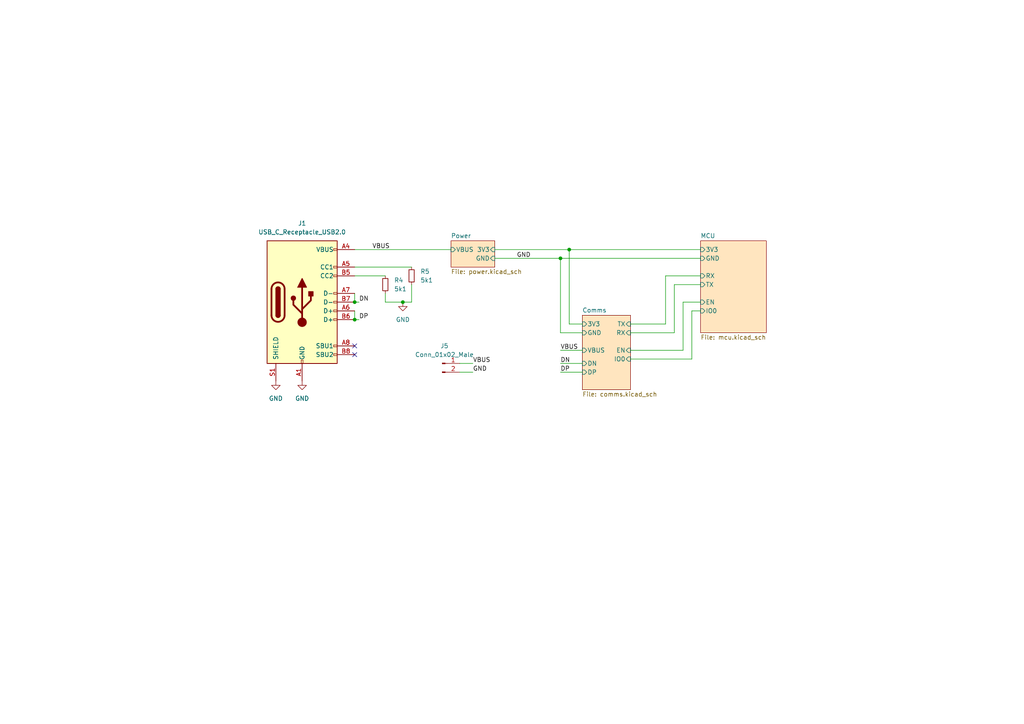
<source format=kicad_sch>
(kicad_sch (version 20211123) (generator eeschema)
  (paper "A4")
  (lib_symbols
    (symbol "Connector:Conn_01x02_Male" (pin_names (offset 1.016) hide)
      (property "Reference" "J" (at 0 2.54 0))
      (property "Value" "Conn_01x02_Male" (at 0 -5.08 0))
      (symbol "Conn_01x02_Male_1_1"
        (polyline (pts (xy 1.27 -2.54) (xy 0.8636 -2.54)) (stroke (width 0.1524)))
        (polyline (pts (xy 1.27 0) (xy 0.8636 0)) (stroke (width 0.1524)))
        (rectangle (start 0.8636 -2.413) (end 0 -2.667) (stroke (width 0.1524)) (fill (type outline)))
        (rectangle (start 0.8636 0.127) (end 0 -0.127) (stroke (width 0.1524)) (fill (type outline)))
        (pin passive line (at 5.08 0 180) (length 3.81) (name "Pin_1") (number "1"))
        (pin passive line (at 5.08 -2.54 180) (length 3.81) (name "Pin_2") (number "2"))
      )
    )
    (symbol "Connector:USB_C_Receptacle_USB2.0" (pin_names (offset 1.016))
      (property "Reference" "J" (at -10.16 19.05 0))
      (property "Value" "USB_C_Receptacle_USB2.0" (at 19.05 19.05 0))
      (symbol "USB_C_Receptacle_USB2.0_0_0"
        (rectangle (start -0.254 -17.78) (end 0.254 -16.764))
        (rectangle (start 10.16 -14.986) (end 9.144 -15.494))
        (rectangle (start 10.16 -12.446) (end 9.144 -12.954))
        (rectangle (start 10.16 -4.826) (end 9.144 -5.334))
        (rectangle (start 10.16 -2.286) (end 9.144 -2.794))
        (rectangle (start 10.16 0.254) (end 9.144 -0.254))
        (rectangle (start 10.16 2.794) (end 9.144 2.286))
        (rectangle (start 10.16 7.874) (end 9.144 7.366))
        (rectangle (start 10.16 10.414) (end 9.144 9.906))
        (rectangle (start 10.16 15.494) (end 9.144 14.986))
      )
      (symbol "USB_C_Receptacle_USB2.0_0_1"
        (rectangle (start -10.16 17.78) (end 10.16 -17.78) (stroke (width 0.254)) (fill (type background)))
        (arc (start -8.89 -3.81) (mid -6.985 -5.715) (end -5.08 -3.81) (stroke (width 0.508)))
        (arc (start -7.62 -3.81) (mid -6.985 -4.445) (end -6.35 -3.81) (stroke (width 0.254)))
        (arc (start -7.62 -3.81) (mid -6.985 -4.445) (end -6.35 -3.81) (stroke (width 0.254)) (fill (type outline)))
        (rectangle (start -7.62 -3.81) (end -6.35 3.81) (stroke (width 0.254)) (fill (type outline)))
        (arc (start -6.35 3.81) (mid -6.985 4.445) (end -7.62 3.81) (stroke (width 0.254)))
        (arc (start -6.35 3.81) (mid -6.985 4.445) (end -7.62 3.81) (stroke (width 0.254)) (fill (type outline)))
        (arc (start -5.08 3.81) (mid -6.985 5.715) (end -8.89 3.81) (stroke (width 0.508)))
        (circle (center -2.54 1.143) (radius 0.635) (stroke (width 0.254)) (fill (type outline)))
        (circle (center 0 -5.842) (radius 1.27) (fill (type outline)))
        (polyline (pts (xy -8.89 -3.81) (xy -8.89 3.81)) (stroke (width 0.508)))
        (polyline (pts (xy -5.08 3.81) (xy -5.08 -3.81)) (stroke (width 0.508)))
        (polyline (pts (xy 0 -5.842) (xy 0 4.318)) (stroke (width 0.508)))
        (polyline (pts (xy 0 -3.302) (xy -2.54 -0.762) (xy -2.54 0.508)) (stroke (width 0.508)))
        (polyline (pts (xy 0 -2.032) (xy 2.54 0.508) (xy 2.54 1.778)) (stroke (width 0.508)))
        (polyline (pts (xy -1.27 4.318) (xy 0 6.858) (xy 1.27 4.318) (xy -1.27 4.318)) (stroke (width 0.254)) (fill (type outline)))
        (rectangle (start 1.905 1.778) (end 3.175 3.048) (stroke (width 0.254)) (fill (type outline)))
      )
      (symbol "USB_C_Receptacle_USB2.0_1_1"
        (pin passive line (at 0 -22.86 90) (length 5.08) (name "GND") (number "A1"))
        (pin passive line (at 0 -22.86 90) (length 5.08) hide (name "GND") (number "A12"))
        (pin passive line (at 15.24 15.24 180) (length 5.08) (name "VBUS") (number "A4"))
        (pin bidirectional line (at 15.24 10.16 180) (length 5.08) (name "CC1") (number "A5"))
        (pin bidirectional line (at 15.24 -2.54 180) (length 5.08) (name "D+") (number "A6"))
        (pin bidirectional line (at 15.24 2.54 180) (length 5.08) (name "D-") (number "A7"))
        (pin bidirectional line (at 15.24 -12.7 180) (length 5.08) (name "SBU1") (number "A8"))
        (pin passive line (at 15.24 15.24 180) (length 5.08) hide (name "VBUS") (number "A9"))
        (pin passive line (at 0 -22.86 90) (length 5.08) hide (name "GND") (number "B1"))
        (pin passive line (at 0 -22.86 90) (length 5.08) hide (name "GND") (number "B12"))
        (pin passive line (at 15.24 15.24 180) (length 5.08) hide (name "VBUS") (number "B4"))
        (pin bidirectional line (at 15.24 7.62 180) (length 5.08) (name "CC2") (number "B5"))
        (pin bidirectional line (at 15.24 -5.08 180) (length 5.08) (name "D+") (number "B6"))
        (pin bidirectional line (at 15.24 0 180) (length 5.08) (name "D-") (number "B7"))
        (pin bidirectional line (at 15.24 -15.24 180) (length 5.08) (name "SBU2") (number "B8"))
        (pin passive line (at 15.24 15.24 180) (length 5.08) hide (name "VBUS") (number "B9"))
        (pin passive line (at -7.62 -22.86 90) (length 5.08) (name "SHIELD") (number "S1"))
      )
    )
    (symbol "Device:R_Small" (pin_numbers hide) (pin_names (offset 0.254) hide)
      (property "Reference" "R" (at 0.762 0.508 0))
      (property "Value" "R_Small" (at 0.762 -1.016 0))
      (symbol "R_Small_0_1"
        (rectangle (start -0.762 1.778) (end 0.762 -1.778) (stroke (width 0.2032)))
      )
      (symbol "R_Small_1_1"
        (pin passive line (at 0 2.54 270) (length 0.762) (name "~") (number "1"))
        (pin passive line (at 0 -2.54 90) (length 0.762) (name "~") (number "2"))
      )
    )
    (symbol "power:GND" (power) (pin_names (offset 0))
      (property "Value" "GND" (at 0 -3.81 0))
      (symbol "GND_0_1"
        (polyline (pts (xy 0 0) (xy 0 -1.27) (xy 1.27 -1.27) (xy 0 -2.54) (xy -1.27 -1.27) (xy 0 -1.27)))
      )
      (symbol "GND_1_1"
        (pin power_in line (at 0 0 270) (length 0) hide (name "GND") (number "1"))
      )
    )
  )
  (junction (at 116.84 87.63))
  (junction (at 102.87 87.63))
  (junction (at 102.87 92.71))
  (junction (at 165.1 72.39))
  (junction (at 162.56 74.93))
  (no_connect (at 102.87 100.33))
  (no_connect (at 102.87 102.87))
  (wire (pts (xy 143.51 74.93) (xy 162.56 74.93)))
  (wire (pts (xy 119.38 87.63) (xy 116.84 87.63)))
  (wire (pts (xy 182.88 96.52) (xy 195.58 96.52)))
  (wire (pts (xy 165.1 72.39) (xy 203.2 72.39)))
  (wire (pts (xy 182.88 101.6) (xy 198.12 101.6)))
  (wire (pts (xy 195.58 82.55) (xy 203.2 82.55)))
  (wire (pts (xy 198.12 101.6) (xy 198.12 87.63)))
  (wire (pts (xy 162.56 107.95) (xy 168.91 107.95)))
  (wire (pts (xy 195.58 96.52) (xy 195.58 82.55)))
  (wire (pts (xy 165.1 93.98) (xy 165.1 72.39)))
  (wire (pts (xy 111.76 85.09) (xy 111.76 87.63)))
  (wire (pts (xy 193.04 93.98) (xy 193.04 80.01)))
  (wire (pts (xy 133.35 105.41) (xy 137.16 105.41)))
  (wire (pts (xy 162.56 101.6) (xy 168.91 101.6)))
  (wire (pts (xy 198.12 87.63) (xy 203.2 87.63)))
  (wire (pts (xy 111.76 87.63) (xy 116.84 87.63)))
  (wire (pts (xy 168.91 93.98) (xy 165.1 93.98)))
  (wire (pts (xy 200.66 104.14) (xy 200.66 90.17)))
  (wire (pts (xy 119.38 82.55) (xy 119.38 87.63)))
  (wire (pts (xy 182.88 93.98) (xy 193.04 93.98)))
  (wire (pts (xy 133.35 107.95) (xy 137.16 107.95)))
  (wire (pts (xy 193.04 80.01) (xy 203.2 80.01)))
  (wire (pts (xy 162.56 96.52) (xy 162.56 74.93)))
  (wire (pts (xy 162.56 74.93) (xy 203.2 74.93)))
  (wire (pts (xy 102.87 72.39) (xy 130.81 72.39)))
  (wire (pts (xy 102.87 90.17) (xy 102.87 92.71)))
  (wire (pts (xy 102.87 77.47) (xy 119.38 77.47)))
  (wire (pts (xy 162.56 105.41) (xy 168.91 105.41)))
  (wire (pts (xy 102.87 80.01) (xy 111.76 80.01)))
  (wire (pts (xy 143.51 72.39) (xy 165.1 72.39)))
  (wire (pts (xy 200.66 90.17) (xy 203.2 90.17)))
  (wire (pts (xy 102.87 85.09) (xy 102.87 87.63)))
  (wire (pts (xy 168.91 96.52) (xy 162.56 96.52)))
  (wire (pts (xy 182.88 104.14) (xy 200.66 104.14)))
  (wire (pts (xy 102.87 92.71) (xy 104.14 92.71)))
  (wire (pts (xy 102.87 87.63) (xy 104.14 87.63)))
  (label "DP" (at 104.14 92.71 0))
  (label "GND" (at 149.86 74.93 0))
  (label "VBUS" (at 107.95 72.39 0))
  (label "DP" (at 162.56 107.95 0))
  (label "GND" (at 137.16 107.95 0))
  (label "VBUS" (at 162.56 101.6 0))
  (label "DN" (at 104.14 87.63 0))
  (label "VBUS" (at 137.16 105.41 0))
  (label "DN" (at 162.56 105.41 0))
  (symbol (lib_id "power:GND") (at 80.01 110.49 0) (unit 1)
    (property "Reference" "#PWR01" (effects hide))
    (property "Value" "GND" (at 80.01 115.57 0))
  )
  (symbol (lib_id "Device:R_Small") (at 119.38 80.01 0) (unit 1)
    (property "Reference" "R5" (at 121.92 78.7399 0) (effects (justify left)))
    (property "Value" "5k1" (at 121.92 81.2799 0) (effects (justify left)))
    (property "Footprint" "Resistor_SMD:R_0603_1608Metric_Pad0.98x0.95mm_HandSolder" (effects hide))
  )
  (symbol (lib_id "Connector:USB_C_Receptacle_USB2.0") (at 87.63 87.63 0) (unit 1)
    (property "Reference" "J1" (at 87.63 64.77 0))
    (property "Value" "USB_C_Receptacle_USB2.0" (at 87.63 67.31 0))
    (property "Footprint" "Connector_USB:USB_C_Receptacle_XKB_U262-16XN-4BVC11" (effects hide))
    (property "Datasheet" "https://www.usb.org/sites/default/files/documents/usb_type-c.zip" (effects hide))
  )
  (symbol (lib_id "power:GND") (at 116.84 87.63 0) (unit 1)
    (property "Reference" "#PWR03" (effects hide))
    (property "Value" "GND" (at 116.84 92.71 0))
  )
  (symbol (lib_id "power:GND") (at 87.63 110.49 0) (unit 1)
    (property "Reference" "#PWR02" (effects hide))
    (property "Value" "GND" (at 87.63 115.57 0))
  )
  (symbol (lib_id "Device:R_Small") (at 111.76 82.55 0) (unit 1)
    (property "Reference" "R4" (at 114.3 81.2799 0) (effects (justify left)))
    (property "Value" "5k1" (at 114.3 83.8199 0) (effects (justify left)))
    (property "Footprint" "Resistor_SMD:R_0603_1608Metric_Pad0.98x0.95mm_HandSolder" (effects hide))
  )
  (symbol (lib_id "Connector:Conn_01x02_Male") (at 128.27 105.41 0) (unit 1)
    (property "Reference" "J5" (at 128.905 100.33 0))
    (property "Value" "Conn_01x02_Male" (at 128.905 102.87 0))
    (property "Footprint" "Connector_PinHeader_2.54mm:PinHeader_1x02_P2.54mm_Vertical" (effects hide))
  )
  (sheet (at 130.81 69.85) (size 12.7 7.62) (stroke (width 0.1524)) (fill (color 255 229 191 1.0000))
    (property "Sheet name" "Power" (at 130.81 69.1384 0) (effects (justify left bottom)))
    (property "Sheet file" "power.kicad_sch" (at 130.81 78.0546 0) (effects (justify left top)))
    (pin "3V3" input (at 143.51 72.39 0))
    (pin "GND" input (at 143.51 74.93 0))
    (pin "VBUS" input (at 130.81 72.39 180))
  )
  (sheet (at 168.91 91.44) (size 13.97 21.59) (stroke (width 0.1524)) (fill (color 255 229 191 1.0000))
    (property "Sheet name" "Comms" (at 168.91 90.7284 0) (effects (justify left bottom)))
    (property "Sheet file" "comms.kicad_sch" (at 168.91 113.6146 0) (effects (justify left top)))
    (pin "TX" input (at 182.88 93.98 0))
    (pin "RX" input (at 182.88 96.52 0))
    (pin "IO0" input (at 182.88 104.14 0))
    (pin "EN" input (at 182.88 101.6 0))
    (pin "GND" input (at 168.91 96.52 180))
    (pin "3V3" input (at 168.91 93.98 180))
    (pin "VBUS" input (at 168.91 101.6 180))
    (pin "DN" input (at 168.91 105.41 180))
    (pin "DP" input (at 168.91 107.95 180))
  )
  (sheet (at 203.2 69.85) (size 19.05 26.67) (stroke (width 0.1524)) (fill (color 255 229 191 1.0000))
    (property "Sheet name" "MCU" (at 203.2 69.1384 0) (effects (justify left bottom)))
    (property "Sheet file" "mcu.kicad_sch" (at 203.2 97.1046 0) (effects (justify left top)))
    (pin "RX" input (at 203.2 80.01 180))
    (pin "GND" input (at 203.2 74.93 180))
    (pin "3V3" input (at 203.2 72.39 180))
    (pin "TX" input (at 203.2 82.55 180))
    (pin "EN" input (at 203.2 87.63 180))
    (pin "IO0" input (at 203.2 90.17 180))
  )
)
</source>
